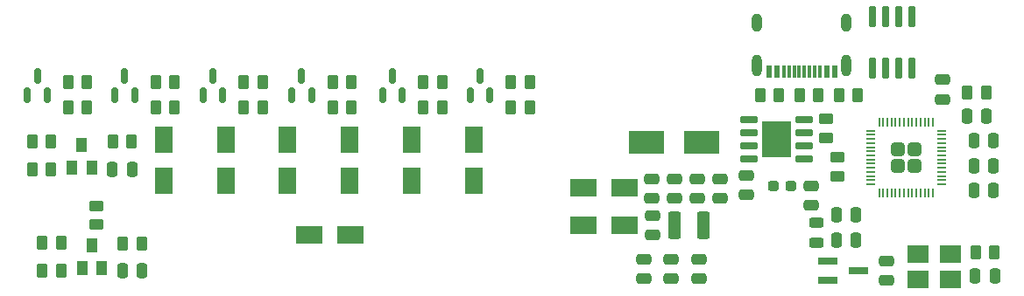
<source format=gbr>
%TF.GenerationSoftware,KiCad,Pcbnew,(6.0.6)*%
%TF.CreationDate,2022-10-06T01:30:09-05:00*%
%TF.ProjectId,better-klipper-expander,62657474-6572-42d6-9b6c-69707065722d,V1*%
%TF.SameCoordinates,Original*%
%TF.FileFunction,Paste,Top*%
%TF.FilePolarity,Positive*%
%FSLAX46Y46*%
G04 Gerber Fmt 4.6, Leading zero omitted, Abs format (unit mm)*
G04 Created by KiCad (PCBNEW (6.0.6)) date 2022-10-06 01:30:09*
%MOMM*%
%LPD*%
G01*
G04 APERTURE LIST*
G04 Aperture macros list*
%AMRoundRect*
0 Rectangle with rounded corners*
0 $1 Rounding radius*
0 $2 $3 $4 $5 $6 $7 $8 $9 X,Y pos of 4 corners*
0 Add a 4 corners polygon primitive as box body*
4,1,4,$2,$3,$4,$5,$6,$7,$8,$9,$2,$3,0*
0 Add four circle primitives for the rounded corners*
1,1,$1+$1,$2,$3*
1,1,$1+$1,$4,$5*
1,1,$1+$1,$6,$7*
1,1,$1+$1,$8,$9*
0 Add four rect primitives between the rounded corners*
20,1,$1+$1,$2,$3,$4,$5,0*
20,1,$1+$1,$4,$5,$6,$7,0*
20,1,$1+$1,$6,$7,$8,$9,0*
20,1,$1+$1,$8,$9,$2,$3,0*%
G04 Aperture macros list end*
%ADD10C,0.010000*%
%ADD11RoundRect,0.006000X0.769000X0.294000X-0.769000X0.294000X-0.769000X-0.294000X0.769000X-0.294000X0*%
%ADD12RoundRect,0.042000X0.258000X-0.943000X0.258000X0.943000X-0.258000X0.943000X-0.258000X-0.943000X0*%
%ADD13R,2.500000X1.800000*%
%ADD14R,2.100000X1.800000*%
%ADD15RoundRect,0.250000X-0.262500X-0.450000X0.262500X-0.450000X0.262500X0.450000X-0.262500X0.450000X0*%
%ADD16RoundRect,0.250000X0.262500X0.450000X-0.262500X0.450000X-0.262500X-0.450000X0.262500X-0.450000X0*%
%ADD17RoundRect,0.250000X0.475000X-0.250000X0.475000X0.250000X-0.475000X0.250000X-0.475000X-0.250000X0*%
%ADD18RoundRect,0.250000X-0.250000X-0.475000X0.250000X-0.475000X0.250000X0.475000X-0.250000X0.475000X0*%
%ADD19RoundRect,0.250000X-0.475000X0.250000X-0.475000X-0.250000X0.475000X-0.250000X0.475000X0.250000X0*%
%ADD20RoundRect,0.250000X0.250000X0.475000X-0.250000X0.475000X-0.250000X-0.475000X0.250000X-0.475000X0*%
%ADD21RoundRect,0.250000X-0.450000X0.262500X-0.450000X-0.262500X0.450000X-0.262500X0.450000X0.262500X0*%
%ADD22R,1.800000X2.500000*%
%ADD23RoundRect,0.249999X-0.395001X-0.395001X0.395001X-0.395001X0.395001X0.395001X-0.395001X0.395001X0*%
%ADD24RoundRect,0.050000X-0.387500X-0.050000X0.387500X-0.050000X0.387500X0.050000X-0.387500X0.050000X0*%
%ADD25RoundRect,0.050000X-0.050000X-0.387500X0.050000X-0.387500X0.050000X0.387500X-0.050000X0.387500X0*%
%ADD26R,1.000000X1.400000*%
%ADD27RoundRect,0.150000X0.150000X-0.587500X0.150000X0.587500X-0.150000X0.587500X-0.150000X-0.587500X0*%
%ADD28RoundRect,0.237500X-0.287500X-0.237500X0.287500X-0.237500X0.287500X0.237500X-0.287500X0.237500X0*%
%ADD29RoundRect,0.243750X-0.456250X0.243750X-0.456250X-0.243750X0.456250X-0.243750X0.456250X0.243750X0*%
%ADD30R,1.900000X0.800000*%
%ADD31RoundRect,0.250000X0.375000X1.075000X-0.375000X1.075000X-0.375000X-1.075000X0.375000X-1.075000X0*%
%ADD32R,3.500000X2.300000*%
%ADD33RoundRect,0.250000X0.450000X-0.262500X0.450000X0.262500X-0.450000X0.262500X-0.450000X-0.262500X0*%
%ADD34R,0.304800X1.143000*%
%ADD35R,0.584200X1.143000*%
%ADD36O,0.990600X2.108200*%
%ADD37O,0.990600X1.803400*%
G04 APERTURE END LIST*
%TO.C,U3*%
G36*
X171795000Y-93500000D02*
G01*
X169085000Y-93500000D01*
X169085000Y-90100000D01*
X171795000Y-90100000D01*
X171795000Y-93500000D01*
G37*
D10*
X171795000Y-93500000D02*
X169085000Y-93500000D01*
X169085000Y-90100000D01*
X171795000Y-90100000D01*
X171795000Y-93500000D01*
%TD*%
D11*
%TO.C,U3*%
X173140000Y-93705000D03*
X173140000Y-92435000D03*
X173140000Y-91165000D03*
X173140000Y-89895000D03*
X167740000Y-89895000D03*
X167740000Y-91165000D03*
X167740000Y-92435000D03*
X167740000Y-93705000D03*
%TD*%
D12*
%TO.C,U1*%
X179695000Y-84920000D03*
X180965000Y-84920000D03*
X182235000Y-84920000D03*
X183505000Y-84920000D03*
X183505000Y-79970000D03*
X182235000Y-79970000D03*
X180965000Y-79970000D03*
X179695000Y-79970000D03*
%TD*%
D13*
%TO.C,D12*%
X125300000Y-101100000D03*
X129300000Y-101100000D03*
%TD*%
D14*
%TO.C,Y1*%
X184150000Y-105450000D03*
X187250000Y-105450000D03*
X187250000Y-102950000D03*
X184150000Y-102950000D03*
%TD*%
D15*
%TO.C,R5*%
X188887500Y-87300000D03*
X190712500Y-87300000D03*
%TD*%
D16*
%TO.C,R2*%
X189687500Y-102800000D03*
X191512500Y-102800000D03*
%TD*%
%TO.C,R1*%
X170700000Y-87600000D03*
X168875000Y-87600000D03*
%TD*%
D17*
%TO.C,C21*%
X162950000Y-103450000D03*
X162950000Y-105350000D03*
%TD*%
%TO.C,C20*%
X160275000Y-105350000D03*
X160275000Y-103450000D03*
%TD*%
%TO.C,C18*%
X157600000Y-105350000D03*
X157600000Y-103450000D03*
%TD*%
D18*
%TO.C,C16*%
X188850000Y-89600000D03*
X190750000Y-89600000D03*
%TD*%
D19*
%TO.C,C14*%
X186500000Y-86050000D03*
X186500000Y-87950000D03*
%TD*%
D20*
%TO.C,C8*%
X176250000Y-101600000D03*
X178150000Y-101600000D03*
%TD*%
D17*
%TO.C,C7*%
X181100000Y-105550000D03*
X181100000Y-103650000D03*
%TD*%
D20*
%TO.C,C6*%
X176250000Y-99200000D03*
X178150000Y-99200000D03*
%TD*%
%TO.C,C4*%
X189650000Y-105100000D03*
X191550000Y-105100000D03*
%TD*%
D15*
%TO.C,R21*%
X110437500Y-86300000D03*
X112262500Y-86300000D03*
%TD*%
%TO.C,R19*%
X118937500Y-86300000D03*
X120762500Y-86300000D03*
%TD*%
%TO.C,R13*%
X127537500Y-86300000D03*
X129362500Y-86300000D03*
%TD*%
%TO.C,R11*%
X136287500Y-86300000D03*
X138112500Y-86300000D03*
%TD*%
%TO.C,R9*%
X144787500Y-86300000D03*
X146612500Y-86300000D03*
%TD*%
%TO.C,R23*%
X101987500Y-86300000D03*
X103812500Y-86300000D03*
%TD*%
%TO.C,R10*%
X136287500Y-88762500D03*
X138112500Y-88762500D03*
%TD*%
%TO.C,R20*%
X110437500Y-88762500D03*
X112262500Y-88762500D03*
%TD*%
%TO.C,R18*%
X118937500Y-88762500D03*
X120762500Y-88762500D03*
%TD*%
%TO.C,R26*%
X98487500Y-94787500D03*
X100312500Y-94787500D03*
%TD*%
%TO.C,R22*%
X101987500Y-88762500D03*
X103812500Y-88762500D03*
%TD*%
%TO.C,R12*%
X127537500Y-88762500D03*
X129362500Y-88762500D03*
%TD*%
%TO.C,R8*%
X144787500Y-88762500D03*
X146612500Y-88762500D03*
%TD*%
D16*
%TO.C,R25*%
X100312500Y-92087500D03*
X98487500Y-92087500D03*
%TD*%
%TO.C,R24*%
X108112500Y-92087500D03*
X106287500Y-92087500D03*
%TD*%
D21*
%TO.C,R17*%
X104700000Y-98287500D03*
X104700000Y-100112500D03*
%TD*%
D15*
%TO.C,R16*%
X99487500Y-104600000D03*
X101312500Y-104600000D03*
%TD*%
D16*
%TO.C,R15*%
X101312500Y-101900000D03*
X99487500Y-101900000D03*
%TD*%
%TO.C,R14*%
X109112500Y-101950000D03*
X107287500Y-101950000D03*
%TD*%
D20*
%TO.C,C23*%
X108150000Y-94787500D03*
X106250000Y-94787500D03*
%TD*%
%TO.C,C22*%
X109150000Y-104600000D03*
X107250000Y-104600000D03*
%TD*%
D13*
%TO.C,D1*%
X155800000Y-96500000D03*
X151800000Y-96500000D03*
%TD*%
D19*
%TO.C,C1*%
X158400000Y-95650000D03*
X158400000Y-97550000D03*
%TD*%
D22*
%TO.C,D8*%
X123200000Y-95900000D03*
X123200000Y-91900000D03*
%TD*%
D18*
%TO.C,C11*%
X191400000Y-94400000D03*
X189500000Y-94400000D03*
%TD*%
D23*
%TO.C,U4*%
X183762500Y-94400000D03*
X183762500Y-92800000D03*
X182162500Y-92800000D03*
X182162500Y-94400000D03*
D24*
X179525000Y-91000000D03*
X179525000Y-91400000D03*
X179525000Y-91800000D03*
X179525000Y-92200000D03*
X179525000Y-92600000D03*
X179525000Y-93000000D03*
X179525000Y-93400000D03*
X179525000Y-93800000D03*
X179525000Y-94200000D03*
X179525000Y-94600000D03*
X179525000Y-95000000D03*
X179525000Y-95400000D03*
X179525000Y-95800000D03*
X179525000Y-96200000D03*
D25*
X180362500Y-97037500D03*
X180762500Y-97037500D03*
X181162500Y-97037500D03*
X181562500Y-97037500D03*
X181962500Y-97037500D03*
X182362500Y-97037500D03*
X182762500Y-97037500D03*
X183162500Y-97037500D03*
X183562500Y-97037500D03*
X183962500Y-97037500D03*
X184362500Y-97037500D03*
X184762500Y-97037500D03*
X185162500Y-97037500D03*
X185562500Y-97037500D03*
D24*
X186400000Y-96200000D03*
X186400000Y-95800000D03*
X186400000Y-95400000D03*
X186400000Y-95000000D03*
X186400000Y-94600000D03*
X186400000Y-94200000D03*
X186400000Y-93800000D03*
X186400000Y-93400000D03*
X186400000Y-93000000D03*
X186400000Y-92600000D03*
X186400000Y-92200000D03*
X186400000Y-91800000D03*
X186400000Y-91400000D03*
X186400000Y-91000000D03*
D25*
X185562500Y-90162500D03*
X185162500Y-90162500D03*
X184762500Y-90162500D03*
X184362500Y-90162500D03*
X183962500Y-90162500D03*
X183562500Y-90162500D03*
X183162500Y-90162500D03*
X182762500Y-90162500D03*
X182362500Y-90162500D03*
X181962500Y-90162500D03*
X181562500Y-90162500D03*
X181162500Y-90162500D03*
X180762500Y-90162500D03*
X180362500Y-90162500D03*
%TD*%
D22*
%TO.C,D9*%
X117200000Y-95900000D03*
X117200000Y-91900000D03*
%TD*%
D18*
%TO.C,C10*%
X189500000Y-92000000D03*
X191400000Y-92000000D03*
%TD*%
D15*
%TO.C,R4*%
X176487500Y-87600000D03*
X178312500Y-87600000D03*
%TD*%
D19*
%TO.C,C9*%
X173800000Y-98250000D03*
X173800000Y-96350000D03*
%TD*%
D22*
%TO.C,D5*%
X141200000Y-95900000D03*
X141200000Y-91900000D03*
%TD*%
D19*
%TO.C,C2*%
X160600000Y-95650000D03*
X160600000Y-97550000D03*
%TD*%
D26*
%TO.C,D11*%
X102350000Y-94587500D03*
X104250000Y-94587500D03*
X103300000Y-92387500D03*
%TD*%
D27*
%TO.C,Q3*%
X123600000Y-87550000D03*
X125500000Y-87550000D03*
X124550000Y-85675000D03*
%TD*%
D15*
%TO.C,R3*%
X172687500Y-87600000D03*
X174512500Y-87600000D03*
%TD*%
D28*
%TO.C,F1*%
X170125000Y-96400000D03*
X171875000Y-96400000D03*
%TD*%
D17*
%TO.C,C17*%
X158500000Y-101150000D03*
X158500000Y-99250000D03*
%TD*%
D27*
%TO.C,Q6*%
X98050000Y-87550000D03*
X99950000Y-87550000D03*
X99000000Y-85675000D03*
%TD*%
D29*
%TO.C,L2*%
X174300000Y-99962500D03*
X174300000Y-101837500D03*
%TD*%
D30*
%TO.C,U2*%
X175400000Y-103650000D03*
X175400000Y-105550000D03*
X178400000Y-104600000D03*
%TD*%
D19*
%TO.C,C5*%
X165000000Y-95650000D03*
X165000000Y-97550000D03*
%TD*%
D27*
%TO.C,Q5*%
X106500000Y-87550000D03*
X108400000Y-87550000D03*
X107450000Y-85675000D03*
%TD*%
D17*
%TO.C,C13*%
X167500000Y-97250000D03*
X167500000Y-95350000D03*
%TD*%
D21*
%TO.C,R7*%
X176300000Y-95412500D03*
X176300000Y-93587500D03*
%TD*%
D18*
%TO.C,C12*%
X189500000Y-96800000D03*
X191400000Y-96800000D03*
%TD*%
D27*
%TO.C,Q1*%
X140850000Y-87550000D03*
X142750000Y-87550000D03*
X141800000Y-85675000D03*
%TD*%
D22*
%TO.C,D10*%
X111200000Y-95900000D03*
X111200000Y-91900000D03*
%TD*%
D31*
%TO.C,L1*%
X163400000Y-100200000D03*
X160600000Y-100200000D03*
%TD*%
D19*
%TO.C,C3*%
X162800000Y-95650000D03*
X162800000Y-97550000D03*
%TD*%
D26*
%TO.C,D4*%
X103350000Y-104300000D03*
X105250000Y-104300000D03*
X104300000Y-102100000D03*
%TD*%
D22*
%TO.C,D6*%
X135200000Y-95900000D03*
X135200000Y-91900000D03*
%TD*%
D32*
%TO.C,D2*%
X163245000Y-92095000D03*
X157845000Y-92095000D03*
%TD*%
D27*
%TO.C,Q4*%
X115000000Y-87550000D03*
X116900000Y-87550000D03*
X115950000Y-85675000D03*
%TD*%
D22*
%TO.C,D7*%
X129200000Y-95900000D03*
X129200000Y-91900000D03*
%TD*%
D13*
%TO.C,D3*%
X155800000Y-100200000D03*
X151800000Y-100200000D03*
%TD*%
D33*
%TO.C,R6*%
X175200000Y-91712500D03*
X175200000Y-89887500D03*
%TD*%
D34*
%TO.C,J2*%
X174649999Y-85285800D03*
X173650001Y-85285800D03*
X172149999Y-85285800D03*
X171150001Y-85285800D03*
D35*
X170499999Y-85285800D03*
X169700000Y-85285800D03*
D34*
X171650000Y-85285800D03*
X172650000Y-85285800D03*
X173150000Y-85285800D03*
X174150000Y-85285800D03*
D35*
X175300001Y-85285800D03*
X176100000Y-85285800D03*
D36*
X168579998Y-84710800D03*
X177220002Y-84710800D03*
D37*
X168579998Y-80530800D03*
X177220002Y-80530800D03*
%TD*%
D27*
%TO.C,Q2*%
X132350000Y-87550000D03*
X134250000Y-87550000D03*
X133300000Y-85675000D03*
%TD*%
M02*

</source>
